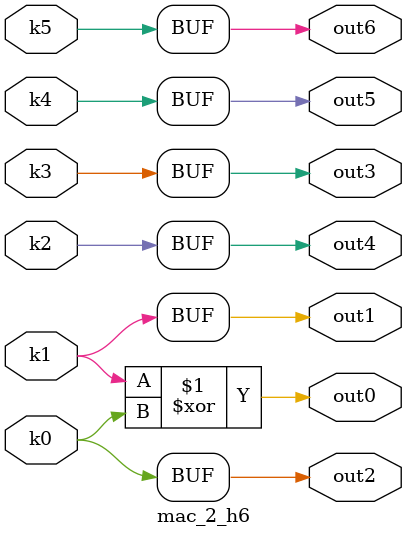
<source format=v>
module mac_2(pi0, pi1, pi2, pi3, pi4, pi5, pi6, pi7, pi8, po0, po1, po2, po3, po4, po5, po6);
input pi0, pi1, pi2, pi3, pi4, pi5, pi6, pi7, pi8;
output po0, po1, po2, po3, po4, po5, po6;
wire k0, k1, k2, k3, k4, k5;
mac_2_w6 DUT1 (pi0, pi1, pi2, pi3, pi4, pi5, pi6, pi7, pi8, k0, k1, k2, k3, k4, k5);
mac_2_h6 DUT2 (k0, k1, k2, k3, k4, k5, po0, po1, po2, po3, po4, po5, po6);
endmodule

module mac_2_w6(in8, in7, in6, in5, in4, in3, in2, in1, in0, k5, k4, k3, k2, k1, k0);
input in8, in7, in6, in5, in4, in3, in2, in1, in0;
output k5, k4, k3, k2, k1, k0;
assign k0 =   in8 & ((in5 & ((in7 & ((~in4 & ((in2 & ((~in6 & ~in1 & in0) | (in3 & in6 & in1 & ~in0))) | (~in1 & in0 & ~in2 & in6))) | (~in1 & in4 & ~in0 & (~in2 | ~in6)))) | (in0 & ((in4 & ((in6 & (in1 | (in3 & (in2 | ~in7)))) | (in2 & (in1 | ~in7)))) | (in1 & ~in7 & (in2 | (in3 & in6))))))) | (in4 & ((in6 & ((in3 & ((in2 & ~in7 & in0) | (~in2 & ~in1 & in7 & ~in0))) | (in2 & ~in5 & ~in1 & in7 & ~in0))) | (in1 & ((~in7 & in0) | (~in5 & in7 & ~in0 & (~in2 | ~in6)))))) | (in3 & in6 & in1 & in0 & ((~in2 & ~in5 & ~in4 & in7) | (in2 & ~in7))));
assign k1 =   (in7 & ((in1 & (in4 ? (in0 & ((~in5 & (in8 | (in6 & in2))) | (~in6 & ~in2 & in5))) : ((in6 & ((in3 & in8 & (in2 ? (in5 & in0) : ~in0)) | (in2 & ~in5 & ~in0))) | (in5 & ~in0 & (~in3 | ~in6 | ~in8))))) | (~in1 & ((in4 & ((~in3 & ((in5 & in0 & in6 & in2) | (~in2 & ~in5 & ~in0))) | ((~in6 | ~in2) & (in8 ? (in5 & in0) : ~in0)) | (~in5 & ~in0 & (~in6 | ~in8)))) | (in6 & ((in8 & ((in2 & ~in5 & in0) | (in5 & ~in4 & ~in0))) | (~in4 & ~in0 & in2 & in5))) | (in5 & ~in4 & ~in0 & in8 & in2))) | (~in8 & ~in5 & in4 & ~in0 & (~in6 | ~in2)))) | (in0 & ((in6 & ((in3 & in8 & ~in2 & ~in1 & ~in5) | (~in8 & in2 & in5 & in4))) | (~in7 & (((~in1 | ~in4) & ((~in3 & (~in2 | ~in5)) | (~in6 & ~in2))) | (~in1 & (~in4 | (~in6 & ~in5))) | ~in8 | (~in2 & ~in5 & ~in4))) | (~in4 & ((~in1 & ((~in6 & (~in8 | ~in2)) | ~in5 | (~in8 & ~in2))) | (~in5 & (~in6 | (~in2 & (~in3 | ~in8)))))) | (in5 & in4 & ~in8 & in1))) | (in8 & ~in0 & ((in6 & ((in3 & ((in1 & (in2 ? (~in5 & ~in4) : in5)) | (in4 & ((in2 & (~in7 | in5)) | (~in7 & in5))))) | (in1 & in5 & in4))) | (in2 & in5 & ((in1 & (~in7 | in4)) | (~in7 & in4))) | (in1 & ~in7 & in4)));
assign k2 =   in5 & in7;
assign k3 =   (in6 & ((~in3 & ((in2 & in7 & in5 & ~in4 & in1) | (in8 & ~in2 & in4 & ~in1))) | (in2 & ((in8 & ((in7 & ~in5 & in4 & in1) | (in3 & ~in4 & ~in1))) | (in1 & ((in3 & in4 & (~in7 | in5)) | (~in8 & in5))) | (in7 & ~in5 & ~in1 & (~in8 | ~in4)))) | (in3 & ((in8 & ~in4 & ~in1 & (~in7 ^ ~in5)) | (in4 & in1 & ((~in7 & in5) | (~in2 & in7 & ~in5))))) | (~in2 & in7 & in5 & ((in4 & ~in1) | (in8 & ~in4 & in1))))) | (~in1 & ((in8 & ((in4 & ((~in3 & ((in2 & in7 & in5) | (~in7 & ~in5))) | (~in6 & (~in5 | (~in2 & ~in7))) | (~in2 & ~in7 & ~in5))) | (in2 & ~in7 & in5 & ~in4))) | (in7 & in5 & ((~in8 & (~in6 | ~in2)) | (~in6 & (~in2 ^ in4)))))) | (in1 & ((~in6 & ((in8 & in7 & (in2 ? ~in4 : (in5 & in4))) | (~in5 & (~in8 | ~in4)) | (~in2 & ~in7 & ~in4))) | (~in8 & (~in7 | (~in2 & ~in5))) | (~in4 & ((~in2 & ~in7 & ~in5) | (~in3 & ((~in7 & ~in5) | (~in2 & (~in7 | ~in5)))))) | (in2 & ~in7 & in5 & in4)));
assign k4 =   in2 ? ((in3 & ((in6 & ~in7 & in5) | (in8 & in7 & ~in5))) | (~in3 & ((in8 & in6 & in7 & in5) | (~in7 & ~in5))) | (~in8 & (~in6 | ~in7)) | (~in6 & ~in5)) : ((in6 & ((in3 & ((in7 & in5) | (in8 & ~in7 & ~in5))) | (in7 & (~in8 | (~in3 & ~in5))))) | (in8 & in5 & (~in6 | (~in3 & ~in7))));
assign k5 =   (in3 & (~in8 | ~in6)) | (in8 & in6 & ~in3);
endmodule

module mac_2_h6(k5, k4, k3, k2, k1, k0, out6, out5, out4, out3, out2, out1, out0);
input k5, k4, k3, k2, k1, k0;
output out6, out5, out4, out3, out2, out1, out0;
assign out0 = k1 ^ k0;
assign out1 = k1;
assign out2 = k0;
assign out3 = k3;
assign out4 = k2;
assign out5 = k4;
assign out6 = k5;
endmodule

</source>
